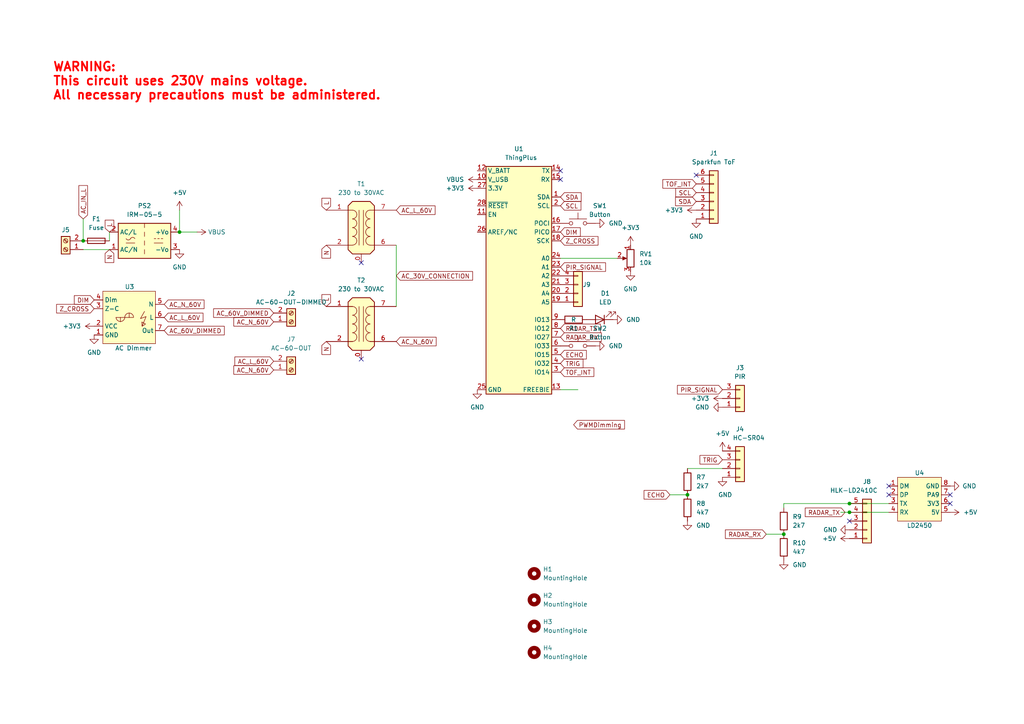
<source format=kicad_sch>
(kicad_sch (version 20230121) (generator eeschema)
  (paper "A4")
  (lib_symbols
    (symbol "Connector:Screw_Terminal_01x02" (pin_names (offset 1.016) hide)
      (property "Reference" "J" (at 0 2.54 0))
      (property "Value" "Screw_Terminal_01x02" (at 0 -5.08 0))
      (symbol "Screw_Terminal_01x02_1_1"
        (rectangle (start -1.27 1.27) (end 1.27 -3.81) (stroke (width 0.254)) (fill (type background)))
        (circle (center 0 -2.54) (radius 0.635) (stroke (width 0.1524)))
        (polyline (pts (xy -0.5334 -2.2098) (xy 0.3302 -3.048)) (stroke (width 0.1524)))
        (polyline (pts (xy -0.5334 0.3302) (xy 0.3302 -0.508)) (stroke (width 0.1524)))
        (polyline (pts (xy -0.3556 -2.032) (xy 0.508 -2.8702)) (stroke (width 0.1524)))
        (polyline (pts (xy -0.3556 0.508) (xy 0.508 -0.3302)) (stroke (width 0.1524)))
        (circle (center 0 0) (radius 0.635) (stroke (width 0.1524)))
        (pin passive line (at -5.08 0 0) (length 3.81) (name "Pin_1") (number "1"))
        (pin passive line (at -5.08 -2.54 0) (length 3.81) (name "Pin_2") (number "2"))
      )
    )
    (symbol "Connector_Generic:Conn_01x03" (pin_names (offset 1.016) hide)
      (property "Reference" "J" (at 0 5.08 0))
      (property "Value" "Conn_01x03" (at 0 -5.08 0))
      (symbol "Conn_01x03_1_1"
        (rectangle (start -1.27 -2.413) (end 0 -2.667) (stroke (width 0.1524)))
        (rectangle (start -1.27 0.127) (end 0 -0.127) (stroke (width 0.1524)))
        (rectangle (start -1.27 2.667) (end 0 2.413) (stroke (width 0.1524)))
        (rectangle (start -1.27 3.81) (end 1.27 -3.81) (stroke (width 0.254)) (fill (type background)))
        (pin passive line (at -5.08 2.54 0) (length 3.81) (name "Pin_1") (number "1"))
        (pin passive line (at -5.08 0 0) (length 3.81) (name "Pin_2") (number "2"))
        (pin passive line (at -5.08 -2.54 0) (length 3.81) (name "Pin_3") (number "3"))
      )
    )
    (symbol "Connector_Generic:Conn_01x04" (pin_names (offset 1.016) hide)
      (property "Reference" "J" (at 0 5.08 0))
      (property "Value" "Conn_01x04" (at 0 -7.62 0))
      (symbol "Conn_01x04_1_1"
        (rectangle (start -1.27 -4.953) (end 0 -5.207) (stroke (width 0.1524)))
        (rectangle (start -1.27 -2.413) (end 0 -2.667) (stroke (width 0.1524)))
        (rectangle (start -1.27 0.127) (end 0 -0.127) (stroke (width 0.1524)))
        (rectangle (start -1.27 2.667) (end 0 2.413) (stroke (width 0.1524)))
        (rectangle (start -1.27 3.81) (end 1.27 -6.35) (stroke (width 0.254)) (fill (type background)))
        (pin passive line (at -5.08 2.54 0) (length 3.81) (name "Pin_1") (number "1"))
        (pin passive line (at -5.08 0 0) (length 3.81) (name "Pin_2") (number "2"))
        (pin passive line (at -5.08 -2.54 0) (length 3.81) (name "Pin_3") (number "3"))
        (pin passive line (at -5.08 -5.08 0) (length 3.81) (name "Pin_4") (number "4"))
      )
    )
    (symbol "Connector_Generic:Conn_01x05" (pin_names (offset 1.016) hide)
      (property "Reference" "J" (at 0 7.62 0))
      (property "Value" "Conn_01x05" (at 0 -7.62 0))
      (symbol "Conn_01x05_1_1"
        (rectangle (start -1.27 -4.953) (end 0 -5.207) (stroke (width 0.1524)))
        (rectangle (start -1.27 -2.413) (end 0 -2.667) (stroke (width 0.1524)))
        (rectangle (start -1.27 0.127) (end 0 -0.127) (stroke (width 0.1524)))
        (rectangle (start -1.27 2.667) (end 0 2.413) (stroke (width 0.1524)))
        (rectangle (start -1.27 5.207) (end 0 4.953) (stroke (width 0.1524)))
        (rectangle (start -1.27 6.35) (end 1.27 -6.35) (stroke (width 0.254)) (fill (type background)))
        (pin passive line (at -5.08 5.08 0) (length 3.81) (name "Pin_1") (number "1"))
        (pin passive line (at -5.08 2.54 0) (length 3.81) (name "Pin_2") (number "2"))
        (pin passive line (at -5.08 0 0) (length 3.81) (name "Pin_3") (number "3"))
        (pin passive line (at -5.08 -2.54 0) (length 3.81) (name "Pin_4") (number "4"))
        (pin passive line (at -5.08 -5.08 0) (length 3.81) (name "Pin_5") (number "5"))
      )
    )
    (symbol "Connector_Generic:Conn_01x06" (pin_names (offset 1.016) hide)
      (property "Reference" "J" (at 0 7.62 0))
      (property "Value" "Conn_01x06" (at 0 -10.16 0))
      (symbol "Conn_01x06_1_1"
        (rectangle (start -1.27 -7.493) (end 0 -7.747) (stroke (width 0.1524)))
        (rectangle (start -1.27 -4.953) (end 0 -5.207) (stroke (width 0.1524)))
        (rectangle (start -1.27 -2.413) (end 0 -2.667) (stroke (width 0.1524)))
        (rectangle (start -1.27 0.127) (end 0 -0.127) (stroke (width 0.1524)))
        (rectangle (start -1.27 2.667) (end 0 2.413) (stroke (width 0.1524)))
        (rectangle (start -1.27 5.207) (end 0 4.953) (stroke (width 0.1524)))
        (rectangle (start -1.27 6.35) (end 1.27 -8.89) (stroke (width 0.254)) (fill (type background)))
        (pin passive line (at -5.08 5.08 0) (length 3.81) (name "Pin_1") (number "1"))
        (pin passive line (at -5.08 2.54 0) (length 3.81) (name "Pin_2") (number "2"))
        (pin passive line (at -5.08 0 0) (length 3.81) (name "Pin_3") (number "3"))
        (pin passive line (at -5.08 -2.54 0) (length 3.81) (name "Pin_4") (number "4"))
        (pin passive line (at -5.08 -5.08 0) (length 3.81) (name "Pin_5") (number "5"))
        (pin passive line (at -5.08 -7.62 0) (length 3.81) (name "Pin_6") (number "6"))
      )
    )
    (symbol "Converter_ACDC:IRM-05-5"
      (property "Reference" "PS" (at 0 6.35 0))
      (property "Value" "IRM-05-5" (at 0 -6.35 0))
      (symbol "IRM-05-5_0_1"
        (rectangle (start -7.62 5.08) (end 7.62 -5.08) (stroke (width 0.254)) (fill (type background)))
        (arc (start -5.334 0.635) (mid -4.699 0.2495) (end -4.064 0.635))
        (arc (start -2.794 0.635) (mid -3.429 1.0072) (end -4.064 0.635))
        (polyline (pts (xy -5.334 -0.635) (xy -2.794 -0.635)))
        (polyline (pts (xy 0 -2.54) (xy 0 -3.81)))
        (polyline (pts (xy 0 0) (xy 0 -1.27)))
        (polyline (pts (xy 0 2.54) (xy 0 1.27)))
        (polyline (pts (xy 0 5.08) (xy 0 3.81)))
        (polyline (pts (xy 2.794 -0.635) (xy 5.334 -0.635)))
        (polyline (pts (xy 2.794 0.635) (xy 3.302 0.635)))
        (polyline (pts (xy 3.81 0.635) (xy 4.318 0.635)))
        (polyline (pts (xy 4.826 0.635) (xy 5.334 0.635)))
      )
      (symbol "IRM-05-5_1_1"
        (pin power_in line (at -10.16 -2.54 0) (length 2.54) (name "AC/N") (number "1"))
        (pin power_in line (at -10.16 2.54 0) (length 2.54) (name "AC/L") (number "2"))
        (pin power_out line (at 10.16 -2.54 180) (length 2.54) (name "-Vo") (number "3"))
        (pin power_out line (at 10.16 2.54 180) (length 2.54) (name "+Vo") (number "4"))
      )
    )
    (symbol "Device:C" (pin_numbers hide) (pin_names (offset 0.254))
      (property "Reference" "C" (at 0.635 2.54 0))
      (property "Value" "C" (at 0.635 -2.54 0))
      (symbol "C_0_1"
        (polyline (pts (xy -2.032 -0.762) (xy 2.032 -0.762)) (stroke (width 0.508)))
        (polyline (pts (xy -2.032 0.762) (xy 2.032 0.762)) (stroke (width 0.508)))
      )
      (symbol "C_1_1"
        (pin passive line (at 0 3.81 270) (length 2.794) (name "~") (number "1"))
        (pin passive line (at 0 -3.81 90) (length 2.794) (name "~") (number "2"))
      )
    )
    (symbol "Device:D_Zener" (pin_numbers hide) (pin_names (offset 1.016) hide)
      (property "Reference" "D" (at 0 2.54 0))
      (property "Value" "D_Zener" (at 0 -2.54 0))
      (symbol "D_Zener_0_1"
        (polyline (pts (xy 1.27 0) (xy -1.27 0)))
        (polyline (pts (xy -1.27 -1.27) (xy -1.27 1.27) (xy -0.762 1.27)) (stroke (width 0.254)))
        (polyline (pts (xy 1.27 -1.27) (xy 1.27 1.27) (xy -1.27 0) (xy 1.27 -1.27)) (stroke (width 0.254)))
      )
      (symbol "D_Zener_1_1"
        (pin passive line (at -3.81 0 0) (length 2.54) (name "K") (number "1"))
        (pin passive line (at 3.81 0 180) (length 2.54) (name "A") (number "2"))
      )
    )
    (symbol "Device:Fuse" (pin_numbers hide) (pin_names (offset 0))
      (property "Reference" "F" (at 2.032 0 90))
      (property "Value" "Fuse" (at -1.905 0 90))
      (symbol "Fuse_0_1"
        (rectangle (start -0.762 -2.54) (end 0.762 2.54) (stroke (width 0.254)))
        (polyline (pts (xy 0 2.54) (xy 0 -2.54)))
      )
      (symbol "Fuse_1_1"
        (pin passive line (at 0 3.81 270) (length 1.27) (name "~") (number "1"))
        (pin passive line (at 0 -3.81 90) (length 1.27) (name "~") (number "2"))
      )
    )
    (symbol "Device:LED" (pin_numbers hide) (pin_names (offset 1.016) hide)
      (property "Reference" "D" (at 0 2.54 0))
      (property "Value" "LED" (at 0 -2.54 0))
      (symbol "LED_0_1"
        (polyline (pts (xy -1.27 -1.27) (xy -1.27 1.27)) (stroke (width 0.254)))
        (polyline (pts (xy -1.27 0) (xy 1.27 0)))
        (polyline (pts (xy 1.27 -1.27) (xy 1.27 1.27) (xy -1.27 0) (xy 1.27 -1.27)) (stroke (width 0.254)))
        (polyline (pts (xy -3.048 -0.762) (xy -4.572 -2.286) (xy -3.81 -2.286) (xy -4.572 -2.286) (xy -4.572 -1.524)))
        (polyline (pts (xy -1.778 -0.762) (xy -3.302 -2.286) (xy -2.54 -2.286) (xy -3.302 -2.286) (xy -3.302 -1.524)))
      )
      (symbol "LED_1_1"
        (pin passive line (at -3.81 0 0) (length 2.54) (name "K") (number "1"))
        (pin passive line (at 3.81 0 180) (length 2.54) (name "A") (number "2"))
      )
    )
    (symbol "Device:R" (pin_numbers hide) (pin_names (offset 0))
      (property "Reference" "R" (at 2.032 0 90))
      (property "Value" "R" (at 0 0 90))
      (symbol "R_0_1"
        (rectangle (start -1.016 -2.54) (end 1.016 2.54) (stroke (width 0.254)))
      )
      (symbol "R_1_1"
        (pin passive line (at 0 3.81 270) (length 1.27) (name "~") (number "1"))
        (pin passive line (at 0 -3.81 90) (length 1.27) (name "~") (number "2"))
      )
    )
    (symbol "Device:R_Potentiometer" (pin_names (offset 1.016) hide)
      (property "Reference" "RV" (at -4.445 0 90))
      (property "Value" "R_Potentiometer" (at -2.54 0 90))
      (symbol "R_Potentiometer_0_1"
        (polyline (pts (xy 2.54 0) (xy 1.524 0)))
        (polyline (pts (xy 1.143 0) (xy 2.286 0.508) (xy 2.286 -0.508) (xy 1.143 0)) (fill (type outline)))
        (rectangle (start 1.016 2.54) (end -1.016 -2.54) (stroke (width 0.254)))
      )
      (symbol "R_Potentiometer_1_1"
        (pin passive line (at 0 3.81 270) (length 1.27) (name "1") (number "1"))
        (pin passive line (at 3.81 0 180) (length 1.27) (name "2") (number "2"))
        (pin passive line (at 0 -3.81 90) (length 1.27) (name "3") (number "3"))
      )
    )
    (symbol "Diode:1N4007" (pin_numbers hide) (pin_names hide)
      (property "Reference" "D" (at 0 2.54 0))
      (property "Value" "1N4007" (at 0 -2.54 0))
      (symbol "1N4007_0_1"
        (polyline (pts (xy -1.27 1.27) (xy -1.27 -1.27)) (stroke (width 0.254)))
        (polyline (pts (xy 1.27 0) (xy -1.27 0)))
        (polyline (pts (xy 1.27 1.27) (xy 1.27 -1.27) (xy -1.27 0) (xy 1.27 1.27)) (stroke (width 0.254)))
      )
      (symbol "1N4007_1_1"
        (pin passive line (at -3.81 0 0) (length 2.54) (name "K") (number "1"))
        (pin passive line (at 3.81 0 180) (length 2.54) (name "A") (number "2"))
      )
    )
    (symbol "Diode_Bridge:B40C800DM" (pin_names (offset 0))
      (property "Reference" "D" (at 2.54 6.985 0))
      (property "Value" "B40C800DM" (at 2.54 5.08 0))
      (symbol "B40C800DM_0_1"
        (polyline (pts (xy -2.54 3.81) (xy -1.27 2.54)))
        (polyline (pts (xy -1.27 -2.54) (xy -2.54 -3.81)))
        (polyline (pts (xy 2.54 -1.27) (xy 3.81 -2.54)))
        (polyline (pts (xy 2.54 1.27) (xy 3.81 2.54)))
        (polyline (pts (xy -3.81 2.54) (xy -2.54 1.27) (xy -1.905 3.175) (xy -3.81 2.54)))
        (polyline (pts (xy -2.54 -1.27) (xy -3.81 -2.54) (xy -1.905 -3.175) (xy -2.54 -1.27)))
        (polyline (pts (xy 1.27 2.54) (xy 2.54 3.81) (xy 3.175 1.905) (xy 1.27 2.54)))
        (polyline (pts (xy 3.175 -1.905) (xy 1.27 -2.54) (xy 2.54 -3.81) (xy 3.175 -1.905)))
        (polyline (pts (xy -5.08 0) (xy 0 -5.08) (xy 5.08 0) (xy 0 5.08) (xy -5.08 0)))
      )
      (symbol "B40C800DM_1_1"
        (pin passive line (at 7.62 0 180) (length 2.54) (name "+") (number "1"))
        (pin passive line (at -7.62 0 0) (length 2.54) (name "-") (number "2"))
        (pin passive line (at 0 -7.62 90) (length 2.54) (name "~") (number "3"))
        (pin passive line (at 0 7.62 270) (length 2.54) (name "~") (number "4"))
      )
    )
    (symbol "Isolator:EL817" (pin_names (offset 1.016))
      (property "Reference" "U" (at -5.08 5.08 0))
      (property "Value" "EL817" (at 0 5.08 0))
      (symbol "EL817_0_1"
        (rectangle (start -5.08 3.81) (end 5.08 -3.81) (stroke (width 0.254)) (fill (type background)))
        (polyline (pts (xy -3.175 -0.635) (xy -1.905 -0.635)) (stroke (width 0.254)))
        (polyline (pts (xy 2.54 0.635) (xy 4.445 2.54)))
        (polyline (pts (xy 4.445 -2.54) (xy 2.54 -0.635)) (fill (type outline)))
        (polyline (pts (xy 4.445 -2.54) (xy 5.08 -2.54)))
        (polyline (pts (xy 4.445 2.54) (xy 5.08 2.54)))
        (polyline (pts (xy -5.08 2.54) (xy -2.54 2.54) (xy -2.54 -0.635)))
        (polyline (pts (xy -2.54 -0.635) (xy -2.54 -2.54) (xy -5.08 -2.54)))
        (polyline (pts (xy 2.54 1.905) (xy 2.54 -1.905) (xy 2.54 -1.905)) (stroke (width 0.508)))
        (polyline (pts (xy -2.54 -0.635) (xy -3.175 0.635) (xy -1.905 0.635) (xy -2.54 -0.635)) (stroke (width 0.254)))
        (polyline (pts (xy -0.508 -0.508) (xy 0.762 -0.508) (xy 0.381 -0.635) (xy 0.381 -0.381) (xy 0.762 -0.508)))
        (polyline (pts (xy -0.508 0.508) (xy 0.762 0.508) (xy 0.381 0.381) (xy 0.381 0.635) (xy 0.762 0.508)))
        (polyline (pts (xy 3.048 -1.651) (xy 3.556 -1.143) (xy 4.064 -2.159) (xy 3.048 -1.651) (xy 3.048 -1.651)) (fill (type outline)))
      )
      (symbol "EL817_1_1"
        (pin passive line (at -7.62 2.54 0) (length 2.54) (name "~") (number "1"))
        (pin passive line (at -7.62 -2.54 0) (length 2.54) (name "~") (number "2"))
        (pin passive line (at 7.62 -2.54 180) (length 2.54) (name "~") (number "3"))
        (pin passive line (at 7.62 2.54 180) (length 2.54) (name "~") (number "4"))
      )
    )
    (symbol "Mechanical:MountingHole" (pin_names (offset 1.016))
      (property "Reference" "H" (at 0 5.08 0))
      (property "Value" "MountingHole" (at 0 3.175 0))
      (symbol "MountingHole_0_1"
        (circle (center 0 0) (radius 1.27) (stroke (width 1.27)))
      )
    )
    (symbol "Simulation_SPICE:NMOS" (pin_numbers hide) (pin_names (offset 0))
      (property "Reference" "Q" (at 5.08 1.27 0))
      (property "Value" "NMOS" (at 5.08 -1.27 0))
      (symbol "NMOS_0_1"
        (polyline (pts (xy 0.254 0) (xy -2.54 0)))
        (polyline (pts (xy 0.254 1.905) (xy 0.254 -1.905)) (stroke (width 0.254)))
        (polyline (pts (xy 0.762 -1.27) (xy 0.762 -2.286)) (stroke (width 0.254)))
        (polyline (pts (xy 0.762 0.508) (xy 0.762 -0.508)) (stroke (width 0.254)))
        (polyline (pts (xy 0.762 2.286) (xy 0.762 1.27)) (stroke (width 0.254)))
        (polyline (pts (xy 2.54 2.54) (xy 2.54 1.778)))
        (polyline (pts (xy 2.54 -2.54) (xy 2.54 0) (xy 0.762 0)))
        (polyline (pts (xy 0.762 -1.778) (xy 3.302 -1.778) (xy 3.302 1.778) (xy 0.762 1.778)))
        (polyline (pts (xy 1.016 0) (xy 2.032 0.381) (xy 2.032 -0.381) (xy 1.016 0)) (fill (type outline)))
        (polyline (pts (xy 2.794 0.508) (xy 2.921 0.381) (xy 3.683 0.381) (xy 3.81 0.254)))
        (polyline (pts (xy 3.302 0.381) (xy 2.921 -0.254) (xy 3.683 -0.254) (xy 3.302 0.381)))
        (circle (center 1.651 0) (radius 2.794) (stroke (width 0.254)))
        (circle (center 2.54 -1.778) (radius 0.254) (fill (type outline)))
        (circle (center 2.54 1.778) (radius 0.254) (fill (type outline)))
      )
      (symbol "NMOS_1_1"
        (pin passive line (at 2.54 5.08 270) (length 2.54) (name "D") (number "1"))
        (pin input line (at -5.08 0 0) (length 2.54) (name "G") (number "2"))
        (pin passive line (at 2.54 -5.08 90) (length 2.54) (name "S") (number "3"))
      )
    )
    (symbol "SparkFun-Board:ThingPlus_With_Connectors"
      (property "Reference" "U1" (at -0.635 36.83 0))
      (property "Value" "ThingPlus" (at -0.635 34.29 0))
      (symbol "ThingPlus_With_Connectors_1_1"
        (rectangle (start -10.16 31.75) (end 8.89 -34.29) (stroke (width 0.254)) (fill (type background)))
        (pin bidirectional line (at 11.43 22.86 180) (length 2.54) (name "SDA") (number "1"))
        (pin power_in line (at -12.7 27.94 0) (length 2.54) (name "V_USB") (number "10"))
        (pin input line (at -12.7 17.78 0) (length 2.54) (name "EN") (number "11"))
        (pin power_in line (at -12.7 30.48 0) (length 2.54) (name "V_BATT") (number "12"))
        (pin bidirectional line (at 11.43 -33.02 180) (length 2.54) (name "FREEBIE") (number "13"))
        (pin bidirectional line (at 11.43 30.48 180) (length 2.54) (name "TX") (number "14"))
        (pin bidirectional line (at 11.43 27.94 180) (length 2.54) (name "RX") (number "15"))
        (pin bidirectional line (at 11.43 15.24 180) (length 2.54) (name "POCI") (number "16"))
        (pin bidirectional line (at 11.43 12.7 180) (length 2.54) (name "PICO") (number "17"))
        (pin bidirectional line (at 11.43 10.16 180) (length 2.54) (name "SCK") (number "18"))
        (pin bidirectional line (at 11.43 -7.62 180) (length 2.54) (name "A5") (number "19"))
        (pin bidirectional line (at 11.43 20.32 180) (length 2.54) (name "SCL") (number "2"))
        (pin bidirectional line (at 11.43 -5.08 180) (length 2.54) (name "A4") (number "20"))
        (pin bidirectional line (at 11.43 -2.54 180) (length 2.54) (name "A3") (number "21"))
        (pin bidirectional line (at 11.43 0 180) (length 2.54) (name "A2") (number "22"))
        (pin bidirectional line (at 11.43 2.54 180) (length 2.54) (name "A1") (number "23"))
        (pin bidirectional line (at 11.43 5.08 180) (length 2.54) (name "A0") (number "24"))
        (pin power_in line (at -12.7 -33.02 0) (length 2.54) (name "GND") (number "25"))
        (pin input line (at -12.7 12.7 0) (length 2.54) (name "AREF/NC") (number "26"))
        (pin power_in line (at -12.7 25.4 0) (length 2.54) (name "3.3V") (number "27"))
        (pin input line (at -12.7 20.32 0) (length 2.54) (name "~{RESET}") (number "28"))
        (pin bidirectional line (at 11.43 -27.94 180) (length 2.54) (name "IO14") (number "3"))
        (pin bidirectional line (at 11.43 -25.4 180) (length 2.54) (name "IO32") (number "4"))
        (pin bidirectional line (at 11.43 -22.86 180) (length 2.54) (name "IO15") (number "5"))
        (pin bidirectional line (at 11.43 -20.32 180) (length 2.54) (name "IO33") (number "6"))
        (pin bidirectional line (at 11.43 -17.78 180) (length 2.54) (name "IO27") (number "7"))
        (pin bidirectional line (at 11.43 -15.24 180) (length 2.54) (name "IO12") (number "8"))
        (pin bidirectional line (at 11.43 -12.7 180) (length 2.54) (name "IO13") (number "9"))
      )
    )
    (symbol "Switch:SW_Push" (pin_numbers hide) (pin_names (offset 1.016) hide)
      (property "Reference" "SW" (at 1.27 2.54 0))
      (property "Value" "SW_Push" (at 0 -1.524 0))
      (symbol "SW_Push_0_1"
        (circle (center -2.032 0) (radius 0.508))
        (polyline (pts (xy 0 1.27) (xy 0 3.048)))
        (polyline (pts (xy 2.54 1.27) (xy -2.54 1.27)))
        (circle (center 2.032 0) (radius 0.508))
        (pin passive line (at -5.08 0 0) (length 2.54) (name "1") (number "1"))
        (pin passive line (at 5.08 0 180) (length 2.54) (name "2") (number "2"))
      )
    )
    (symbol "Transformer_Audio_1" (pin_names (offset 1.016) hide)
      (property "Reference" "T1" (at 0 12.7 0))
      (property "Value" "230 to 30VAC" (at 0 10.16 0))
      (symbol "Transformer_Audio_1_0_1"
        (arc (start -2.54 -5.0546) (mid -1.6599 -4.6901) (end -1.27 -3.81))
        (arc (start -2.54 -2.5146) (mid -1.6599 -2.1501) (end -1.27 -1.27))
        (arc (start -2.54 0.0254) (mid -1.6599 0.3899) (end -1.27 1.27))
        (arc (start -2.54 2.5654) (mid -1.6599 2.9299) (end -1.27 3.81))
        (arc (start -1.27 -3.81) (mid -1.642 -2.912) (end -2.54 -2.54))
        (arc (start -1.27 -1.27) (mid -1.642 -0.372) (end -2.54 0))
        (arc (start -1.27 1.27) (mid -1.642 2.168) (end -2.54 2.54))
        (arc (start -1.27 3.81) (mid -1.642 4.708) (end -2.54 5.08))
        (polyline (pts (xy -0.635 5.08) (xy -0.635 -5.08)))
        (polyline (pts (xy 0.635 -5.08) (xy 0.635 5.08)))
        (polyline (pts (xy -3.81 6.35) (xy -2.54 7.62) (xy 2.54 7.62) (xy 3.81 6.35) (xy 3.81 -6.35) (xy 2.54 -7.62) (xy -2.54 -7.62) (xy -3.81 -6.35) (xy -3.81 6.35)) (stroke (width 0.254)) (fill (type background)))
        (arc (start 1.2954 -1.27) (mid 1.6599 -2.1501) (end 2.54 -2.5146))
        (arc (start 1.2954 1.27) (mid 1.6599 0.3899) (end 2.54 0.0254))
        (arc (start 1.2954 3.81) (mid 1.6599 2.9299) (end 2.54 2.5654))
        (arc (start 1.3208 -3.81) (mid 1.6853 -4.6901) (end 2.5654 -5.0546))
        (arc (start 2.54 0) (mid 1.642 -0.372) (end 1.2954 -1.27))
        (arc (start 2.54 2.54) (mid 1.642 2.168) (end 1.2954 1.27))
        (arc (start 2.54 5.08) (mid 1.642 4.708) (end 1.2954 3.81))
        (arc (start 2.5654 -2.54) (mid 1.6674 -2.912) (end 1.3208 -3.81))
      )
      (symbol "Transformer_Audio_1_1_1"
        (pin input line (at 0 -10.16 90) (length 2.54) (name "~") (number "0"))
        (pin passive line (at -10.16 5.08 0) (length 7.62) (name "AA") (number "1"))
        (pin passive line (at -10.16 -5.08 0) (length 7.62) (name "AB") (number "2"))
        (pin passive line (at 10.16 -5.08 180) (length 7.62) (name "SA") (number "6"))
        (pin passive line (at 10.16 5.08 180) (length 7.62) (name "SB") (number "7"))
      )
    )
    (symbol "ld2450:ld2450"
      (property "Reference" "U" (at 10.16 -1.27 0))
      (symbol "ld2450_1_1"
        (rectangle (start -6.35 6.35) (end 6.35 -6.35) (fill (type background)))
        (pin bidirectional line (at -8.89 3.81 0) (length 2.54) (name "DM") (number "1"))
        (pin bidirectional line (at -8.89 1.27 0) (length 2.54) (name "DP") (number "2"))
        (pin output line (at -8.89 -1.27 0) (length 2.54) (name "TX") (number "3"))
        (pin input line (at -8.89 -3.81 0) (length 2.54) (name "RX") (number "4"))
        (pin power_in line (at 8.89 -3.81 180) (length 2.54) (name "5V") (number "5"))
        (pin power_out line (at 8.89 -1.27 180) (length 2.54) (name "3V3") (number "6"))
        (pin bidirectional line (at 8.89 1.27 180) (length 2.54) (name "PA9") (number "7"))
        (pin power_in line (at 8.89 3.81 180) (length 2.54) (name "GND") (number "8"))
      )
    )
    (symbol "power:+3V3" (power) (pin_names (offset 0))
      (property "Value" "+3V3" (at 0 3.556 0))
      (symbol "+3V3_0_1"
        (polyline (pts (xy -0.762 1.27) (xy 0 2.54)))
        (polyline (pts (xy 0 0) (xy 0 2.54)))
        (polyline (pts (xy 0 2.54) (xy 0.762 1.27)))
      )
      (symbol "+3V3_1_1"
        (pin power_in line (at 0 0 90) (length 0) hide (name "+3V3") (number "1"))
      )
    )
    (symbol "power:+5V" (power) (pin_names (offset 0))
      (property "Value" "+5V" (at 0 3.556 0))
      (symbol "+5V_0_1"
        (polyline (pts (xy -0.762 1.27) (xy 0 2.54)))
        (polyline (pts (xy 0 0) (xy 0 2.54)))
        (polyline (pts (xy 0 2.54) (xy 0.762 1.27)))
      )
      (symbol "+5V_1_1"
        (pin power_in line (at 0 0 90) (length 0) hide (name "+5V") (number "1"))
      )
    )
    (symbol "power:GND" (power) (pin_names (offset 0))
      (property "Value" "GND" (at 0 -3.81 0))
      (symbol "GND_0_1"
        (polyline (pts (xy 0 0) (xy 0 -1.27) (xy 1.27 -1.27) (xy 0 -2.54) (xy -1.27 -1.27) (xy 0 -1.27)))
      )
      (symbol "GND_1_1"
        (pin power_in line (at 0 0 270) (length 0) hide (name "GND") (number "1"))
      )
    )
    (symbol "power:GNDA" (power) (pin_names (offset 0))
      (property "Value" "GNDA" (at 0 -3.81 0))
      (symbol "GNDA_0_1"
        (polyline (pts (xy 0 0) (xy 0 -1.27) (xy 1.27 -1.27) (xy 0 -2.54) (xy -1.27 -1.27) (xy 0 -1.27)))
      )
      (symbol "GNDA_1_1"
        (pin power_in line (at 0 0 270) (length 0) hide (name "GNDA") (number "1"))
      )
    )
    (symbol "power:VBUS" (power) (pin_names (offset 0))
      (property "Value" "VBUS" (at 0 3.81 0))
      (symbol "VBUS_0_1"
        (polyline (pts (xy -0.762 1.27) (xy 0 2.54)))
        (polyline (pts (xy 0 0) (xy 0 2.54)))
        (polyline (pts (xy 0 2.54) (xy 0.762 1.27)))
      )
      (symbol "VBUS_1_1"
        (pin power_in line (at 0 0 90) (length 0) hide (name "VBUS") (number "1"))
      )
    )
    (symbol "robotdyn_dimmer:robotdyn_dimmer"
      (property "Reference" "U" (at 0 8.89 0))
      (property "Value" "AC Dimmer" (at 0 -8.89 0))
      (symbol "robotdyn_dimmer_0_1"
        (arc (start -3.81 0) (mid -2.54 -1.1708) (end -1.27 0))
        (polyline (pts (xy -3.81 0) (xy 1.27 0)))
        (polyline (pts (xy -2.54 -1.27) (xy -2.54 0)))
        (polyline (pts (xy 0 1.27) (xy 0 0)))
        (polyline (pts (xy 4.4504 1.7487) (xy 3.2697 -0.3255) (xy 4.9042 0.2583) (xy 3.7367 -2.5437) (xy 3.6783 -1.3179) (xy 4.7291 -1.9017) (xy 3.7951 -2.5437)))
        (arc (start 1.27 0.1034) (mid 0 1.2742) (end -1.27 0.1034))
      )
      (symbol "robotdyn_dimmer_1_1"
        (rectangle (start -7.62 7.62) (end 7.62 -7.62) (fill (type background)))
        (pin power_in line (at -10.16 -5.08 0) (length 2.54) (name "GND") (number "1"))
        (pin power_in line (at -10.16 -2.54 0) (length 2.54) (name "VCC") (number "2"))
        (pin output line (at -10.16 2.54 0) (length 2.54) (name "Z-C") (number "3"))
        (pin input line (at -10.16 5.08 0) (length 2.54) (name "Dim") (number "4"))
        (pin power_in line (at 10.16 3.81 180) (length 2.54) (name "N") (number "5"))
        (pin power_in line (at 10.16 0 180) (length 2.54) (name "L") (number "6"))
        (pin power_out line (at 10.16 -3.81 180) (length 2.54) (name "Out") (number "7"))
      )
    )
  )
  (junction (at -55.88 168.91))
  (junction (at 24.13 69.85))
  (junction (at -25.4 154.94))
  (junction (at 52.07 67.31))
  (junction (at 246.38 148.59))
  (junction (at -55.88 162.56))
  (junction (at 227.33 154.94))
  (junction (at -48.26 140.97))
  (junction (at 246.38 146.05))
  (junction (at -41.91 179.07))
  (junction (at -68.58 153.67))
  (junction (at 199.39 143.51))
  (no_connect (at 104.775 104.14))
  (no_connect (at 275.59 143.51))
  (no_connect (at 162.56 52.07))
  (no_connect (at 104.775 76.2))
  (no_connect (at 257.81 143.51))
  (no_connect (at 257.81 140.97))
  (no_connect (at 246.38 151.13))
  (no_connect (at 201.93 50.8))
  (no_connect (at 162.56 49.53))
  (no_connect (at 275.59 146.05))
  (wire (pts (xy -99.06 160.02) (xy -100.33 160.02)))
  (wire (pts (xy 227.33 146.05) (xy 227.33 147.32)))
  (wire (pts (xy -25.4 140.97) (xy -27.94 140.97)))
  (wire (pts (xy -41.91 154.94) (xy -25.4 154.94)))
  (wire (pts (xy -38.1 140.97) (xy -35.56 140.97)))
  (wire (pts (xy 52.07 60.96) (xy 52.07 67.31)))
  (wire (pts (xy -55.88 168.91) (xy -55.88 171.45)))
  (wire (pts (xy -33.02 173.99) (xy -19.05 173.99)))
  (wire (pts (xy 114.935 71.12) (xy 114.935 88.9)))
  (wire (pts (xy -68.58 162.56) (xy -55.88 162.56)))
  (wire (pts (xy 199.39 135.89) (xy 209.55 135.89)))
  (wire (pts (xy -55.88 168.91) (xy -49.53 168.91)))
  (wire (pts (xy -74.93 160.02) (xy -74.93 153.67)))
  (wire (pts (xy 24.13 63.5) (xy 24.13 69.85)))
  (wire (pts (xy 246.38 146.05) (xy 257.81 146.05)))
  (wire (pts (xy -68.58 151.13) (xy -68.58 153.67)))
  (wire (pts (xy -25.4 140.97) (xy -25.4 154.94)))
  (wire (pts (xy 246.38 148.59) (xy 257.81 148.59)))
  (wire (pts (xy -48.26 140.97) (xy -48.26 144.78)))
  (wire (pts (xy -55.88 153.67) (xy -68.58 153.67)))
  (wire (pts (xy -74.93 153.67) (xy -68.58 153.67)))
  (wire (pts (xy -33.02 165.1) (xy -33.02 173.99)))
  (wire (pts (xy 24.13 72.39) (xy 31.75 72.39)))
  (wire (pts (xy -55.88 162.56) (xy -48.26 162.56)))
  (wire (pts (xy 162.56 74.93) (xy 179.07 74.93)))
  (wire (pts (xy 243.84 148.59) (xy 246.38 148.59)))
  (wire (pts (xy -48.26 140.97) (xy -45.72 140.97)))
  (wire (pts (xy -68.58 161.29) (xy -68.58 162.56)))
  (wire (pts (xy -74.93 168.91) (xy -74.93 165.1)))
  (wire (pts (xy 227.33 146.05) (xy 246.38 146.05)))
  (wire (pts (xy -41.91 180.34) (xy -41.91 179.07)))
  (wire (pts (xy -62.23 140.97) (xy -68.58 140.97)))
  (wire (pts (xy -55.88 168.91) (xy -74.93 168.91)))
  (wire (pts (xy -25.4 172.72) (xy -25.4 179.07)))
  (wire (pts (xy -48.26 152.4) (xy -48.26 162.56)))
  (wire (pts (xy -19.05 176.53) (xy -19.05 179.07)))
  (wire (pts (xy -41.91 163.83) (xy -41.91 154.94)))
  (wire (pts (xy 31.75 69.85) (xy 31.75 67.31)))
  (wire (pts (xy -55.88 161.29) (xy -55.88 162.56)))
  (wire (pts (xy -25.4 154.94) (xy -25.4 157.48)))
  (wire (pts (xy -41.91 179.07) (xy -25.4 179.07)))
  (wire (pts (xy 57.15 67.31) (xy 52.07 67.31)))
  (wire (pts (xy -90.17 165.1) (xy -93.98 165.1)))
  (wire (pts (xy 194.31 143.51) (xy 199.39 143.51)))
  (wire (pts (xy -55.88 179.07) (xy -41.91 179.07)))
  (wire (pts (xy -41.91 173.99) (xy -41.91 179.07)))
  (wire (pts (xy -68.58 140.97) (xy -68.58 143.51)))
  (wire (pts (xy 167.64 113.03) (xy 162.56 113.03)))
  (wire (pts (xy -55.88 162.56) (xy -55.88 163.83)))
  (wire (pts (xy -90.17 160.02) (xy -91.44 160.02)))
  (wire (pts (xy 222.25 154.94) (xy 227.33 154.94)))
  (wire (pts (xy -54.61 140.97) (xy -48.26 140.97)))
  (text "WARNING: \nThis circuit uses 230V mains voltage. \nAll necessary precautions must be administered." (at 15.24 29.21 0) (effects (font (size 2.54 2.54) (thickness 0.508) bold) (justify left bottom)))
  (global_label "AC_60V_DIMMED" (shape input) (at 79.375 90.805 180) (property "Intersheetrefs" "${INTERSHEET_REFS}" (effects hide)))
  (global_label "PWMDimming" (shape input) (at 166.37 123.19 0) (property "Intersheetrefs" "${INTERSHEET_REFS}" (effects hide)))
  (global_label "SDA" (shape input) (at 162.56 57.15 0) (property "Intersheetrefs" "${INTERSHEET_REFS}" (effects hide)))
  (global_label "TOF_INT" (shape input) (at 201.93 53.34 180) (property "Intersheetrefs" "${INTERSHEET_REFS}" (effects hide)))
  (global_label "L" (shape input) (at 94.615 60.96 90) (property "Intersheetrefs" "${INTERSHEET_REFS}" (effects hide)))
  (global_label "TOF_INT" (shape input) (at 162.56 107.95 0) (property "Intersheetrefs" "${INTERSHEET_REFS}" (effects hide)))
  (global_label "N" (shape input) (at 94.615 99.06 270) (property "Intersheetrefs" "${INTERSHEET_REFS}" (effects hide)))
  (global_label "L" (shape input) (at 31.75 67.31 90) (property "Intersheetrefs" "${INTERSHEET_REFS}" (effects hide)))
  (global_label "SCL" (shape input) (at 162.56 59.69 0) (property "Intersheetrefs" "${INTERSHEET_REFS}" (effects hide)))
  (global_label "RADAR_TX" (shape input) (at 245.11 148.59 180) (property "Intersheetrefs" "${INTERSHEET_REFS}" (effects hide)))
  (global_label "AC_N_60V" (shape input) (at 79.375 107.315 180) (property "Intersheetrefs" "${INTERSHEET_REFS}" (effects hide)))
  (global_label "L" (shape input) (at 94.615 88.9 90) (property "Intersheetrefs" "${INTERSHEET_REFS}" (effects hide)))
  (global_label "SDA" (shape input) (at 201.93 58.42 180) (property "Intersheetrefs" "${INTERSHEET_REFS}" (effects hide)))
  (global_label "AC_N_60V" (shape input) (at 114.935 99.06 0) (property "Intersheetrefs" "${INTERSHEET_REFS}" (effects hide)))
  (global_label "PIR_SIGNAL" (shape input) (at 162.56 77.47 0) (property "Intersheetrefs" "${INTERSHEET_REFS}" (effects hide)))
  (global_label "AC_L_60V" (shape input) (at 47.625 92.075 0) (property "Intersheetrefs" "${INTERSHEET_REFS}" (effects hide)))
  (global_label "Z_CROSS" (shape input) (at 162.56 69.85 0) (property "Intersheetrefs" "${INTERSHEET_REFS}" (effects hide)))
  (global_label "RADAR_RX" (shape input) (at 162.56 97.79 0) (property "Intersheetrefs" "${INTERSHEET_REFS}" (effects hide)))
  (global_label "AC_L_60V" (shape input) (at 79.375 104.775 180) (property "Intersheetrefs" "${INTERSHEET_REFS}" (effects hide)))
  (global_label "N" (shape input) (at 94.615 71.12 270) (property "Intersheetrefs" "${INTERSHEET_REFS}" (effects hide)))
  (global_label "AC_N_60V" (shape input) (at 47.625 88.265 0) (property "Intersheetrefs" "${INTERSHEET_REFS}" (effects hide)))
  (global_label "RADAR_RX" (shape input) (at 222.25 154.94 180) (property "Intersheetrefs" "${INTERSHEET_REFS}" (effects hide)))
  (global_label "AC_30V_CONNECTION" (shape input) (at 114.935 80.01 0) (property "Intersheetrefs" "${INTERSHEET_REFS}" (effects hide)))
  (global_label "PWMDimming" (shape input) (at -100.33 160.02 180) (property "Intersheetrefs" "${INTERSHEET_REFS}" (effects hide)))
  (global_label "AC_IN_L" (shape input) (at 24.13 63.5 90) (property "Intersheetrefs" "${INTERSHEET_REFS}" (effects hide)))
  (global_label "TRIG" (shape input) (at 162.56 105.41 0) (property "Intersheetrefs" "${INTERSHEET_REFS}" (effects hide)))
  (global_label "PIR_SIGNAL" (shape input) (at 209.55 113.03 180) (property "Intersheetrefs" "${INTERSHEET_REFS}" (effects hide)))
  (global_label "ECHO" (shape input) (at 194.31 143.51 180) (property "Intersheetrefs" "${INTERSHEET_REFS}" (effects hide)))
  (global_label "ECHO" (shape input) (at 162.56 102.87 0) (property "Intersheetrefs" "${INTERSHEET_REFS}" (effects hide)))
  (global_label "AC_N_60V" (shape input) (at 79.375 93.345 180) (property "Intersheetrefs" "${INTERSHEET_REFS}" (effects hide)))
  (global_label "N" (shape input) (at 31.75 72.39 270) (property "Intersheetrefs" "${INTERSHEET_REFS}" (effects hide)))
  (global_label "SCL" (shape input) (at 201.93 55.88 180) (property "Intersheetrefs" "${INTERSHEET_REFS}" (effects hide)))
  (global_label "AC_L_60V" (shape input) (at 114.935 60.96 0) (property "Intersheetrefs" "${INTERSHEET_REFS}" (effects hide)))
  (global_label "AC_60V_DIMMED" (shape input) (at 47.625 95.885 0) (property "Intersheetrefs" "${INTERSHEET_REFS}" (effects hide)))
  (global_label "TRIG" (shape input) (at 209.55 133.35 180) (property "Intersheetrefs" "${INTERSHEET_REFS}" (effects hide)))
  (global_label "RADAR_TX" (shape input) (at 162.56 95.25 0) (property "Intersheetrefs" "${INTERSHEET_REFS}" (effects hide)))
  (global_label "Z_CROSS" (shape input) (at 27.305 89.535 180) (property "Intersheetrefs" "${INTERSHEET_REFS}" (effects hide)))
  (global_label "DIM" (shape input) (at 162.56 67.31 0) (property "Intersheetrefs" "${INTERSHEET_REFS}" (effects hide)))
  (global_label "DIM" (shape input) (at 27.305 86.995 180) (property "Intersheetrefs" "${INTERSHEET_REFS}" (effects hide)))
  (global_label "L" (shape input) (at -17.78 165.1 0) (property "Intersheetrefs" "${INTERSHEET_REFS}" (effects hide)))
  (global_label "N" (shape input) (at -19.05 179.07 270) (property "Intersheetrefs" "${INTERSHEET_REFS}" (effects hide)))
  (symbol (lib_id "power:VBUS") (at 138.43 52.07 90) (unit 1)
    (property "Reference" "#PWR03" (effects hide))
    (property "Value" "VBUS" (at 134.62 52.07 90) (effects (justify left)))
  )
  (symbol (lib_id "power:GND") (at 172.72 100.33 90) (unit 1)
    (property "Reference" "#PWR028" (effects hide))
    (property "Value" "GND" (at 176.53 100.33 90) (effects (justify right)))
  )
  (symbol (lib_id "Device:R") (at -41.91 140.97 270) (unit 1)
    (property "Reference" "R4" (at -41.91 134.62 90))
    (property "Value" "200" (at -41.91 137.16 90))
  )
  (symbol (lib_id "Device:R") (at -95.25 160.02 90) (unit 1)
    (property "Reference" "R2" (at -95.25 153.67 90))
    (property "Value" "1k - Resistor_THT:R_Axial_DIN0207_L6.3mm_D2.5mm_P7.62mm_Horizontal" (at -95.25 156.21 90))
  )
  (symbol (lib_id "Connector_Generic:Conn_01x04") (at 167.64 85.09 0) (mirror x) (unit 1)
    (property "Reference" "J9" (at 170.18 82.55 0))
    (property "Value" "Conn_01x04" (effects hide))
    (property "Footprint" "Connector_PinHeader_2.54mm:PinHeader_1x04_P2.54mm_Vertical" (effects hide))
  )
  (symbol (lib_id "power:+5V") (at 246.38 156.21 90) (unit 1)
    (property "Reference" "#PWR06" (effects hide))
    (property "Value" "+5V" (at 242.57 156.21 90) (effects (justify left)))
  )
  (symbol (lib_id "Device:C") (at -55.88 157.48 0) (unit 1)
    (property "Reference" "C1" (at -52.07 156.21 0) (effects (justify left)))
    (property "Value" "2u2" (at -52.07 158.75 0) (effects (justify left)))
  )
  (symbol (lib_id "power:GNDA") (at -55.88 163.83 0) (unit 1)
    (property "Reference" "#PWR020" (effects hide))
    (property "Value" "GNDA" (at -50.8 165.1 0))
  )
  (symbol (lib_id "Mechanical:MountingHole") (at 154.94 189.23 0) (unit 1)
    (property "Reference" "H4" (at 157.48 187.96 0) (effects (justify left)))
    (property "Value" "MountingHole" (at 157.48 190.5 0) (effects (justify left)))
    (property "Footprint" "MountingHole:MountingHole_3.2mm_M3" (effects hide))
  )
  (symbol (lib_id "power:+3V3") (at 27.305 94.615 90) (unit 1)
    (property "Reference" "#PWR023" (effects hide))
    (property "Value" "+3V3" (at 23.495 94.615 90) (effects (justify left)))
  )
  (symbol (lib_id "Mechanical:MountingHole") (at 154.94 173.99 0) (unit 1)
    (property "Reference" "H2" (at 157.48 172.72 0) (effects (justify left)))
    (property "Value" "MountingHole" (at 157.48 175.26 0) (effects (justify left)))
    (property "Footprint" "MountingHole:MountingHole_3.2mm_M3" (effects hide))
  )
  (symbol (lib_id "power:GND") (at 199.39 151.13 0) (unit 1)
    (property "Reference" "#PWR015" (effects hide))
    (property "Value" "GND" (at 201.93 152.4 0) (effects (justify left)))
  )
  (symbol (lib_id "ld2450:ld2450") (at 266.7 144.78 0) (unit 1)
    (property "Reference" "U4" (at 266.7 137.16 0))
    (property "Value" "LD2450" (at 266.7 152.4 0))
    (property "Footprint" "ld2450:ld2450" (effects hide))
    (property "Datasheet" "https://www.hlktech.net/index.php?id=1157" (effects hide))
  )
  (symbol (lib_id "power:+5V") (at 275.59 148.59 270) (unit 1)
    (property "Reference" "#PWR027" (effects hide))
    (property "Value" "+5V" (at 279.4 148.59 90) (effects (justify left)))
  )
  (symbol (lib_id "Mechanical:MountingHole") (at 154.94 181.61 0) (unit 1)
    (property "Reference" "H3" (at 157.48 180.34 0) (effects (justify left)))
    (property "Value" "MountingHole" (at 157.48 182.88 0) (effects (justify left)))
    (property "Footprint" "MountingHole:MountingHole_3.2mm_M3" (effects hide))
  )
  (symbol (lib_id "power:GND") (at 27.305 97.155 0) (unit 1)
    (property "Reference" "#PWR024" (effects hide))
    (property "Value" "GND" (at 27.305 102.235 0))
  )
  (symbol (lib_id "power:GND") (at 182.88 78.74 0) (unit 1)
    (property "Reference" "#PWR08" (effects hide))
    (property "Value" "GND" (at 182.88 83.82 0))
  )
  (symbol (lib_id "Device:R") (at 166.37 92.71 90) (unit 1)
    (property "Reference" "R1" (at 166.37 95.25 90))
    (property "Value" "R" (at 166.37 92.71 90))
    (property "Footprint" "Resistor_THT:R_Axial_DIN0207_L6.3mm_D2.5mm_P7.62mm_Horizontal" (effects hide))
  )
  (symbol (lib_id "power:+3V3") (at 138.43 54.61 90) (unit 1)
    (property "Reference" "#PWR04" (effects hide))
    (property "Value" "+3V3" (at 134.62 54.61 90) (effects (justify left)))
  )
  (symbol (lib_id "power:+5V") (at 209.55 130.81 0) (unit 1)
    (property "Reference" "#PWR022" (effects hide))
    (property "Value" "+5V" (at 209.55 125.73 0))
  )
  (symbol (lib_id "power:VBUS") (at 57.15 67.31 270) (unit 1)
    (property "Reference" "#PWR016" (effects hide))
    (property "Value" "VBUS" (at 60.325 67.31 90) (effects (justify left)))
  )
  (symbol (lib_id "Diode:1N4007") (at -31.75 140.97 0) (unit 1)
    (property "Reference" "D3" (at -31.75 134.62 0))
    (property "Value" "1N4007 - Diode_THT:D_DO-41_SOD81_P10.16mm_Horizontal" (at -31.75 137.16 0))
    (property "Datasheet" "http://www.vishay.com/docs/88503/1n4001.pdf" (effects hide))
    (property "Sim.Device" "D" (effects hide))
    (property "Sim.Pins" "1=K 2=A" (effects hide))
  )
  (symbol (lib_id "Device:R") (at 199.39 147.32 0) (unit 1)
    (property "Reference" "R8" (at 201.93 146.05 0) (effects (justify left)))
    (property "Value" "4k7" (at 201.93 148.59 0) (effects (justify left)))
    (property "Footprint" "Resistor_THT:R_Axial_DIN0207_L6.3mm_D2.5mm_P7.62mm_Horizontal" (effects hide))
  )
  (symbol (lib_id "Converter_ACDC:IRM-05-5") (at 41.91 69.85 0) (unit 1)
    (property "Reference" "PS2" (at 41.91 59.69 0))
    (property "Value" "IRM-05-5" (at 41.91 62.23 0))
    (property "Footprint" "Converter_ACDC:Converter_ACDC_MeanWell_IRM-05-xx_THT" (effects hide))
    (property "Datasheet" "https://www.meanwell.com/Upload/PDF/IRM-05/IRM-05-SPEC.PDF" (effects hide))
  )
  (symbol (lib_name "Transformer_Audio_1") (lib_id "Device:Transformer_Audio") (at 104.775 93.98 0) (unit 1)
    (property "Reference" "T2" (at 104.775 81.28 0))
    (property "Value" "230 to 30VAC" (at 104.775 83.82 0))
    (property "Footprint" "Transformer_THT:Transformer_Myrra_EI30-5_44000_Horizontal" (effects hide))
  )
  (symbol (lib_id "Device:R") (at -68.58 147.32 0) (unit 1)
    (property "Reference" "R5" (at -66.04 146.05 0) (effects (justify left)))
    (property "Value" "33k / 2W" (at -66.04 148.59 0) (effects (justify left)))
  )
  (symbol (lib_id "Device:R") (at 227.33 151.13 0) (unit 1)
    (property "Reference" "R9" (at 229.87 149.86 0) (effects (justify left)))
    (property "Value" "2k7" (at 229.87 152.4 0) (effects (justify left)))
    (property "Footprint" "Resistor_THT:R_Axial_DIN0207_L6.3mm_D2.5mm_P7.62mm_Horizontal" (effects hide))
  )
  (symbol (lib_name "Transformer_Audio_1") (lib_id "Device:Transformer_Audio") (at 104.775 66.04 0) (unit 1)
    (property "Reference" "T1" (at 104.775 53.34 0))
    (property "Value" "230 to 30VAC" (at 104.775 55.88 0))
    (property "Footprint" "Transformer_THT:Transformer_Myrra_EI30-5_44000_Horizontal" (effects hide))
  )
  (symbol (lib_id "power:GND") (at 201.93 63.5 0) (unit 1)
    (property "Reference" "#PWR01" (effects hide))
    (property "Value" "GND" (at 201.93 68.58 0))
  )
  (symbol (lib_id "Isolator:EL817") (at -82.55 162.56 0) (unit 1)
    (property "Reference" "U2" (at -82.55 153.67 0))
    (property "Value" "EL817 - Package_DIP:DIP-4_W7.62mm" (at -82.55 156.21 0))
    (property "Datasheet" "http://www.everlight.com/file/ProductFile/EL817.pdf" (effects hide))
  )
  (symbol (lib_id "power:GND") (at 246.38 153.67 270) (unit 1)
    (property "Reference" "#PWR07" (effects hide))
    (property "Value" "GND" (at 238.76 153.67 90) (effects (justify left)))
  )
  (symbol (lib_id "Connector:Screw_Terminal_01x02") (at 84.455 93.345 0) (mirror x) (unit 1)
    (property "Reference" "J2" (at 84.455 85.09 0))
    (property "Value" "AC-60-OUT-DIMMED" (at 84.455 87.63 0))
    (property "Footprint" "TerminalBlock_Phoenix:TerminalBlock_Phoenix_MKDS-1,5-2_1x02_P5.00mm_Horizontal" (effects hide))
  )
  (symbol (lib_id "power:+3V3") (at 209.55 115.57 90) (unit 1)
    (property "Reference" "#PWR012" (effects hide))
    (property "Value" "+3V3" (at 205.74 115.57 90) (effects (justify left)))
  )
  (symbol (lib_id "Device:R_Potentiometer") (at 182.88 74.93 0) (mirror y) (unit 1)
    (property "Reference" "RV1" (at 185.42 73.66 0) (effects (justify right)))
    (property "Value" "10k" (at 185.42 76.2 0) (effects (justify right)))
    (property "Footprint" "Potentiometer_THT:Potentiometer_Vishay_T73YP_Vertical" (effects hide))
  )
  (symbol (lib_id "Connector_Generic:Conn_01x05") (at 251.46 151.13 0) (mirror x) (unit 1)
    (property "Reference" "J8" (at 251.46 139.7 0))
    (property "Value" "HLK-LD2410C" (at 247.65 142.24 0))
    (property "Footprint" "Connector_PinHeader_2.54mm:PinHeader_1x05_P2.54mm_Vertical" (effects hide))
  )
  (symbol (lib_id "power:GND") (at 177.8 92.71 90) (unit 1)
    (property "Reference" "#PWR010" (effects hide))
    (property "Value" "GND" (at 181.61 92.71 90) (effects (justify right)))
  )
  (symbol (lib_id "power:+5V") (at 52.07 60.96 0) (unit 1)
    (property "Reference" "#PWR021" (effects hide))
    (property "Value" "+5V" (at 52.07 55.88 0))
  )
  (symbol (lib_id "SparkFun-Board:ThingPlus_With_Connectors") (at 151.13 80.01 0) (unit 1)
    (property "Reference" "U1" (at 150.495 43.18 0))
    (property "Value" "ThingPlus" (at 151.13 45.72 0))
    (property "Footprint" "SparkFun-Board:ThingPlus_With_Connectors" (effects hide))
  )
  (symbol (lib_id "Device:R") (at 227.33 158.75 0) (unit 1)
    (property "Reference" "R10" (at 229.87 157.48 0) (effects (justify left)))
    (property "Value" "4k7" (at 229.87 160.02 0) (effects (justify left)))
    (property "Footprint" "Resistor_THT:R_Axial_DIN0207_L6.3mm_D2.5mm_P7.62mm_Horizontal" (effects hide))
  )
  (symbol (lib_id "power:GND") (at 138.43 113.03 0) (unit 1)
    (property "Reference" "#PWR02" (effects hide))
    (property "Value" "GND" (at 138.43 118.11 0))
  )
  (symbol (lib_id "Diode_Bridge:B40C800DM") (at -25.4 165.1 90) (unit 1)
    (property "Reference" "D2" (at -19.05 161.29 90))
    (property "Value" "TODO: Bauform und Typ - Diode_SMD:Diode_Bridge_Diotec_ABS" (at -93.98 149.86 90))
    (property "Datasheet" "https://www.vishay.com/docs/88533/800dm.pdf" (effects hide))
  )
  (symbol (lib_id "power:GND") (at 275.59 140.97 90) (unit 1)
    (property "Reference" "#PWR026" (effects hide))
    (property "Value" "GND" (at 283.21 140.97 90) (effects (justify left)))
  )
  (symbol (lib_id "Connector:Screw_Terminal_01x02") (at 19.05 72.39 180) (unit 1)
    (property "Reference" "J5" (at 19.05 66.675 0))
    (property "Value" "c8 inlet" (effects hide))
    (property "Footprint" "c8-inlet:c8-inlet" (effects hide))
  )
  (symbol (lib_id "Device:R") (at 199.39 139.7 0) (unit 1)
    (property "Reference" "R7" (at 201.93 138.43 0) (effects (justify left)))
    (property "Value" "2k7" (at 201.93 140.97 0) (effects (justify left)))
    (property "Footprint" "Resistor_THT:R_Axial_DIN0207_L6.3mm_D2.5mm_P7.62mm_Horizontal" (effects hide))
  )
  (symbol (lib_id "power:GND") (at 172.72 64.77 90) (unit 1)
    (property "Reference" "#PWR011" (effects hide))
    (property "Value" "GND" (at 176.53 64.77 90) (effects (justify right)))
  )
  (symbol (lib_id "Connector:Screw_Terminal_01x02") (at -13.97 173.99 0) (unit 1)
    (property "Reference" "J6" (at -11.43 173.99 0) (effects (justify left)))
    (property "Value" "Dimmer" (at -11.43 176.53 0) (effects (justify left)))
  )
  (symbol (lib_id "Connector_Generic:Conn_01x06") (at 207.01 58.42 0) (mirror x) (unit 1)
    (property "Reference" "J1" (at 207.01 44.45 0))
    (property "Value" "Sparkfun ToF" (at 207.01 46.99 0))
    (property "Footprint" "Connector_PinHeader_2.54mm:PinHeader_1x06_P2.54mm_Vertical" (effects hide))
  )
  (symbol (lib_id "power:GND") (at 227.33 162.56 0) (unit 1)
    (property "Reference" "#PWR025" (effects hide))
    (property "Value" "GND" (at 229.87 163.83 0) (effects (justify left)))
  )
  (symbol (lib_id "robotdyn_dimmer:robotdyn_dimmer") (at 37.465 92.075 0) (unit 1)
    (property "Reference" "U3" (at 36.195 83.185 0) (effects (justify left)))
    (property "Value" "AC Dimmer" (at 38.735 100.965 0))
    (property "Footprint" "robotdyn_dimmer:robotdyn_dimmer" (effects hide))
    (property "Datasheet" "https://naylampmechatronics.com/drivers/1041-modulo-dimmer-ac-220v8a.html" (effects hide))
  )
  (symbol (lib_id "power:GNDA") (at -41.91 180.34 0) (unit 1)
    (property "Reference" "#PWR019" (effects hide))
    (property "Value" "GNDA" (at -41.91 185.42 0))
  )
  (symbol (lib_id "Switch:SW_Push") (at 167.64 100.33 0) (unit 1)
    (property "Reference" "SW2" (at 173.99 95.25 0))
    (property "Value" "Button" (at 173.99 97.79 0))
    (property "Footprint" "pts636:pts636" (effects hide))
  )
  (symbol (lib_id "power:GND") (at 209.55 138.43 0) (unit 1)
    (property "Reference" "#PWR014" (effects hide))
    (property "Value" "GND" (at 208.28 143.51 0) (effects (justify left)))
  )
  (symbol (lib_id "Connector_Generic:Conn_01x03") (at 214.63 115.57 0) (mirror x) (unit 1)
    (property "Reference" "J3" (at 214.63 106.68 0))
    (property "Value" "PIR" (at 214.63 109.22 0))
    (property "Footprint" "Connector_PinHeader_2.54mm:PinHeader_1x03_P2.54mm_Vertical" (effects hide))
  )
  (symbol (lib_id "power:GND") (at 52.07 72.39 0) (unit 1)
    (property "Reference" "#PWR017" (effects hide))
    (property "Value" "GND" (at 52.07 77.47 0))
  )
  (symbol (lib_id "power:+3V3") (at 182.88 71.12 0) (unit 1)
    (property "Reference" "#PWR09" (effects hide))
    (property "Value" "+3V3" (at 182.88 66.04 0))
  )
  (symbol (lib_id "Device:LED") (at 173.99 92.71 180) (unit 1)
    (property "Reference" "D1" (at 175.5775 85.09 0))
    (property "Value" "LED" (at 175.5775 87.63 0))
    (property "Footprint" "LED_THT:LED_D5.0mm" (effects hide))
  )
  (symbol (lib_id "Mechanical:MountingHole") (at 154.94 166.37 0) (unit 1)
    (property "Reference" "H1" (at 157.48 165.1 0) (effects (justify left)))
    (property "Value" "MountingHole" (at 157.48 167.64 0) (effects (justify left)))
    (property "Footprint" "MountingHole:MountingHole_3.2mm_M3" (effects hide))
  )
  (symbol (lib_id "power:GND") (at 209.55 118.11 270) (unit 1)
    (property "Reference" "#PWR013" (effects hide))
    (property "Value" "GND" (at 205.74 118.11 90) (effects (justify right)))
  )
  (symbol (lib_id "Device:R") (at -58.42 140.97 270) (unit 1)
    (property "Reference" "R6" (at -58.42 134.62 90))
    (property "Value" "33k / 2W" (at -58.42 137.16 90))
  )
  (symbol (lib_id "Switch:SW_Push") (at 167.64 64.77 0) (unit 1)
    (property "Reference" "SW1" (at 173.99 59.69 0))
    (property "Value" "Button" (at 173.99 62.23 0))
    (property "Footprint" "pts636:pts636" (effects hide))
  )
  (symbol (lib_id "power:GND") (at -93.98 165.1 0) (unit 1)
    (property "Reference" "#PWR018" (effects hide))
    (property "Value" "GND" (at -93.98 170.18 0))
  )
  (symbol (lib_id "Device:D_Zener") (at -68.58 157.48 270) (unit 1)
    (property "Reference" "D4" (at -66.04 156.21 90) (effects (justify left)))
    (property "Value" "10V" (at -66.04 158.75 90) (effects (justify left)))
  )
  (symbol (lib_id "Simulation_SPICE:NMOS") (at -44.45 168.91 0) (unit 1)
    (property "Reference" "Q1" (at -39.37 167.64 0) (effects (justify left)))
    (property "Value" "NMOS" (at -39.37 170.18 0) (effects (justify left)))
    (property "Datasheet" "https://ngspice.sourceforge.io/docs/ngspice-manual.pdf" (effects hide))
    (property "Sim.Device" "NMOS" (effects hide))
    (property "Sim.Type" "VDMOS" (effects hide))
    (property "Sim.Pins" "1=D 2=G 3=S" (effects hide))
  )
  (symbol (lib_id "power:+3V3") (at 201.93 60.96 90) (unit 1)
    (property "Reference" "#PWR05" (effects hide))
    (property "Value" "+3V3" (at 198.12 60.96 90) (effects (justify left)))
  )
  (symbol (lib_id "Device:Fuse") (at 27.94 69.85 90) (unit 1)
    (property "Reference" "F1" (at 27.94 63.5 90))
    (property "Value" "Fuse" (at 27.94 66.04 90))
    (property "Footprint" "Fuse:Fuseholder_Cylinder-5x20mm_Schurter_0031_8201_Horizontal_Open" (effects hide))
  )
  (symbol (lib_id "Connector_Generic:Conn_01x04") (at 214.63 135.89 0) (mirror x) (unit 1)
    (property "Reference" "J4" (at 214.63 124.46 0))
    (property "Value" "HC-SR04" (at 217.17 127 0))
    (property "Footprint" "Connector_PinHeader_2.54mm:PinHeader_1x04_P2.54mm_Vertical" (effects hide))
  )
  (symbol (lib_id "Device:C") (at -48.26 148.59 0) (unit 1)
    (property "Reference" "C2" (at -44.45 147.32 0) (effects (justify left)))
    (property "Value" "220n" (at -44.45 149.86 0) (effects (justify left)))
  )
  (symbol (lib_id "Connector:Screw_Terminal_01x02") (at 84.455 107.315 0) (mirror x) (unit 1)
    (property "Reference" "J7" (at 84.455 98.425 0))
    (property "Value" "AC-60-OUT" (at 84.455 100.965 0))
    (property "Footprint" "TerminalBlock_Phoenix:TerminalBlock_Phoenix_MKDS-1,5-2_1x02_P5.00mm_Horizontal" (effects hide))
  )
  (symbol (lib_id "Device:R") (at -55.88 175.26 0) (unit 1)
    (property "Reference" "R3" (at -53.34 173.99 0) (effects (justify left)))
    (property "Value" "22k" (at -53.34 176.53 0) (effects (justify left)))
  )
)
</source>
